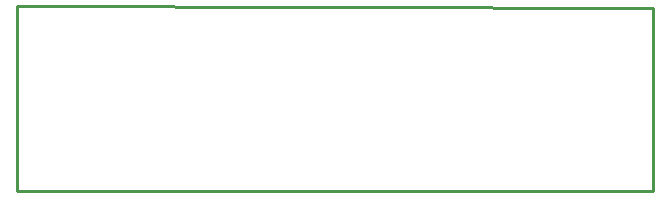
<source format=gko>
G04 Layer: BoardOutlineLayer*
G04 EasyEDA v6.5.1, 2022-03-29 12:07:46*
G04 01ad9fd2e89e4baf9ce80d721134fb59,30f33cc809fd450ca7eb4ca7eccbfc45,10*
G04 Gerber Generator version 0.2*
G04 Scale: 100 percent, Rotated: No, Reflected: No *
G04 Dimensions in millimeters *
G04 leading zeros omitted , absolute positions ,4 integer and 5 decimal *
%FSLAX45Y45*%
%MOMM*%

%ADD10C,0.2540*%
D10*
X508000Y5600700D02*
G01*
X5892800Y5588000D01*
X508000Y4038600D02*
G01*
X508000Y4038600D01*
X508000Y5600445D01*
X508000Y5600700D01*
X5892800Y4038600D02*
G01*
X5892800Y4038600D01*
X508000Y4038600D01*
X5892800Y5575300D02*
G01*
X5892800Y4038600D01*

%LPD*%
M02*

</source>
